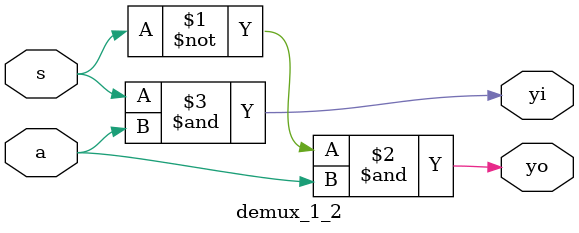
<source format=v>
module demux_1_2(s,a,yo,yi);
  input s,a;
  output yo,yi;
  assign yo=~s&a;
  assign yi=s&a;
endmodule

</source>
